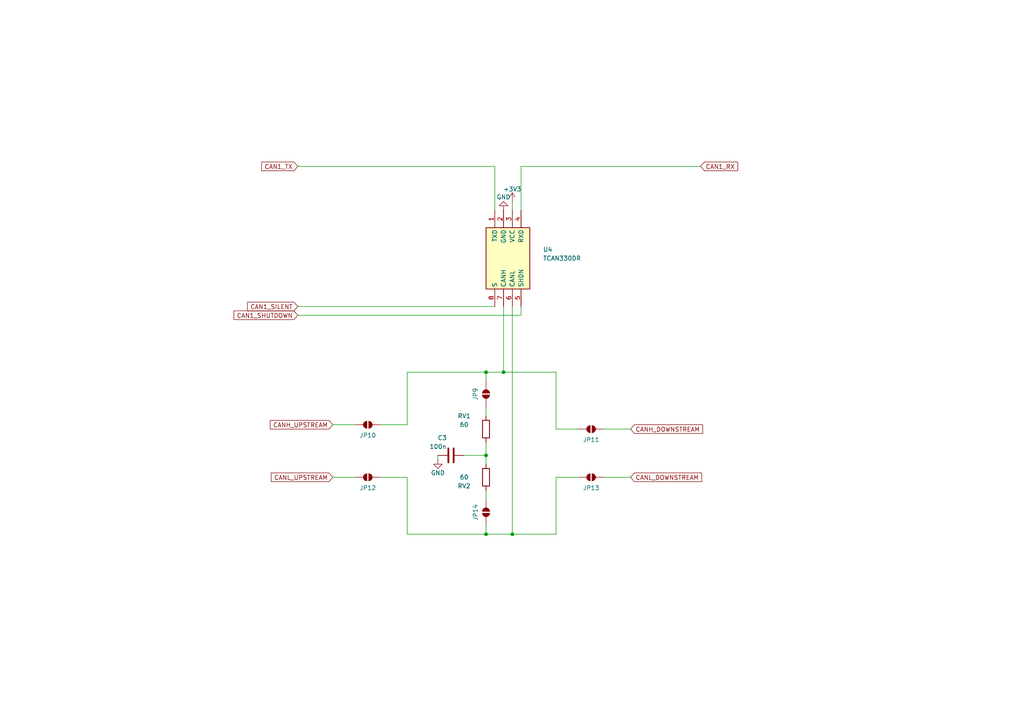
<source format=kicad_sch>
(kicad_sch (version 20231120) (generator "eeschema") (generator_version "8.0")
  (paper "A4")
  (lib_symbols
    (symbol "Device:C" (pin_numbers hide) (pin_names (offset 0.254))
      (property "Reference" "C" (at 0.635 2.54 0))
      (property "Value" "C" (at 0.635 -2.54 0))
      (symbol "C_0_1"
        (polyline (pts (xy -2.032 -0.762) (xy 2.032 -0.762)) (stroke (width 0.508)))
        (polyline (pts (xy -2.032 0.762) (xy 2.032 0.762)) (stroke (width 0.508)))
      )
      (symbol "C_1_1"
        (pin passive line (at 0 3.81 270) (length 2.794) (name "~") (number "1"))
        (pin passive line (at 0 -3.81 90) (length 2.794) (name "~") (number "2"))
      )
    )
    (symbol "Device:R" (pin_numbers hide) (pin_names (offset 0))
      (property "Reference" "R" (at 2.032 0 90))
      (property "Value" "R" (at 0 0 90))
      (symbol "R_0_1"
        (rectangle (start -1.016 -2.54) (end 1.016 2.54) (stroke (width 0.254)))
      )
      (symbol "R_1_1"
        (pin passive line (at 0 3.81 270) (length 1.27) (name "~") (number "1"))
        (pin passive line (at 0 -3.81 90) (length 1.27) (name "~") (number "2"))
      )
    )
    (symbol "Jumper:SolderJumper_2_Open" (pin_numbers hide) (pin_names (offset 0) hide) (exclude_from_sim yes) (in_bom no)
      (property "Reference" "JP" (at 0 2.032 0))
      (property "Value" "SolderJumper_2_Open" (at 0 -2.54 0))
      (symbol "SolderJumper_2_Open_0_1"
        (arc (start -0.254 1.016) (mid -1.2656 0) (end -0.254 -1.016))
        (arc (start -0.254 1.016) (mid -1.2656 0) (end -0.254 -1.016) (fill (type outline)))
        (polyline (pts (xy -0.254 1.016) (xy -0.254 -1.016)))
        (polyline (pts (xy 0.254 1.016) (xy 0.254 -1.016)))
        (arc (start 0.254 -1.016) (mid 1.2656 0) (end 0.254 1.016))
        (arc (start 0.254 -1.016) (mid 1.2656 0) (end 0.254 1.016) (fill (type outline)))
      )
      (symbol "SolderJumper_2_Open_1_1"
        (pin passive line (at -3.81 0 0) (length 2.54) (name "A") (number "1"))
        (pin passive line (at 3.81 0 180) (length 2.54) (name "B") (number "2"))
      )
    )
    (symbol "TVSC:TCAN330DR"
      (property "Reference" "U" (at 24.13 7.62 0))
      (property "Value" "TCAN330DR" (at 24.13 5.08 0))
      (symbol "TCAN330DR_1_1"
        (rectangle (start 5.08 2.54) (end 22.86 -10.16) (stroke (width 0.254)) (fill (type background)))
        (pin passive line (at 0 0 0) (length 5.08) (name "TXD") (number "1"))
        (pin passive line (at 0 -2.54 0) (length 5.08) (name "GND") (number "2"))
        (pin passive line (at 0 -5.08 0) (length 5.08) (name "VCC") (number "3"))
        (pin passive line (at 0 -7.62 0) (length 5.08) (name "RXD") (number "4"))
        (pin passive line (at 27.94 -7.62 180) (length 5.08) (name "SHDN") (number "5"))
        (pin passive line (at 27.94 -5.08 180) (length 5.08) (name "CANL") (number "6"))
        (pin passive line (at 27.94 -2.54 180) (length 5.08) (name "CANH") (number "7"))
        (pin passive line (at 27.94 0 180) (length 5.08) (name "S") (number "8"))
      )
    )
    (symbol "power:+3V3" (power) (pin_numbers hide) (pin_names (offset 0) hide)
      (property "Value" "+3V3" (at 0 3.556 0))
      (symbol "+3V3_0_1"
        (polyline (pts (xy -0.762 1.27) (xy 0 2.54)))
        (polyline (pts (xy 0 0) (xy 0 2.54)))
        (polyline (pts (xy 0 2.54) (xy 0.762 1.27)))
      )
      (symbol "+3V3_1_1"
        (pin power_in line (at 0 0 90) (length 0) (name "~") (number "1"))
      )
    )
    (symbol "power:GND" (power) (pin_numbers hide) (pin_names (offset 0) hide)
      (property "Value" "GND" (at 0 -3.81 0))
      (symbol "GND_0_1"
        (polyline (pts (xy 0 0) (xy 0 -1.27) (xy 1.27 -1.27) (xy 0 -2.54) (xy -1.27 -1.27) (xy 0 -1.27)))
      )
      (symbol "GND_1_1"
        (pin power_in line (at 0 0 270) (length 0) (name "~") (number "1"))
      )
    )
  )
  (junction (at 146.05 107.95))
  (junction (at 140.97 107.95))
  (junction (at 140.97 154.94))
  (junction (at 148.59 154.94))
  (junction (at 140.97 132.08))
  (wire (pts (xy 140.97 154.94) (xy 148.59 154.94)))
  (wire (pts (xy 143.51 48.26) (xy 143.51 60.96)))
  (wire (pts (xy 151.13 48.26) (xy 151.13 60.96)))
  (wire (pts (xy 86.36 91.44) (xy 151.13 91.44)))
  (wire (pts (xy 110.49 138.43) (xy 118.11 138.43)))
  (wire (pts (xy 175.26 138.43) (xy 182.88 138.43)))
  (wire (pts (xy 140.97 152.4) (xy 140.97 154.94)))
  (wire (pts (xy 127 132.08) (xy 127 133.35)))
  (wire (pts (xy 161.29 138.43) (xy 167.64 138.43)))
  (wire (pts (xy 86.36 88.9) (xy 143.51 88.9)))
  (wire (pts (xy 96.52 138.43) (xy 102.87 138.43)))
  (wire (pts (xy 134.62 132.08) (xy 140.97 132.08)))
  (wire (pts (xy 118.11 123.19) (xy 118.11 107.95)))
  (wire (pts (xy 148.59 154.94) (xy 161.29 154.94)))
  (wire (pts (xy 146.05 88.9) (xy 146.05 107.95)))
  (wire (pts (xy 96.52 123.19) (xy 102.87 123.19)))
  (wire (pts (xy 140.97 132.08) (xy 140.97 134.62)))
  (wire (pts (xy 161.29 124.46) (xy 167.64 124.46)))
  (wire (pts (xy 118.11 107.95) (xy 140.97 107.95)))
  (wire (pts (xy 161.29 124.46) (xy 161.29 107.95)))
  (wire (pts (xy 110.49 123.19) (xy 118.11 123.19)))
  (wire (pts (xy 175.26 124.46) (xy 182.88 124.46)))
  (wire (pts (xy 118.11 138.43) (xy 118.11 154.94)))
  (wire (pts (xy 143.51 48.26) (xy 86.36 48.26)))
  (wire (pts (xy 140.97 107.95) (xy 146.05 107.95)))
  (wire (pts (xy 140.97 132.08) (xy 140.97 128.27)))
  (wire (pts (xy 151.13 91.44) (xy 151.13 88.9)))
  (wire (pts (xy 148.59 88.9) (xy 148.59 154.94)))
  (wire (pts (xy 203.2 48.26) (xy 151.13 48.26)))
  (wire (pts (xy 161.29 138.43) (xy 161.29 154.94)))
  (wire (pts (xy 140.97 142.24) (xy 140.97 144.78)))
  (wire (pts (xy 146.05 107.95) (xy 161.29 107.95)))
  (wire (pts (xy 118.11 154.94) (xy 140.97 154.94)))
  (wire (pts (xy 148.59 58.42) (xy 148.59 60.96)))
  (wire (pts (xy 140.97 118.11) (xy 140.97 120.65)))
  (wire (pts (xy 140.97 107.95) (xy 140.97 110.49)))
  (global_label "CANL_UPSTREAM" (shape input) (at 96.52 138.43 180) (property "Intersheetrefs" "${INTERSHEET_REFS}" (effects (hide yes))))
  (global_label "CAN1_RX" (shape input) (at 203.2 48.26 0) (property "Intersheetrefs" "${INTERSHEET_REFS}" (effects (hide yes))))
  (global_label "CAN1_SILENT" (shape input) (at 86.36 88.9 180) (property "Intersheetrefs" "${INTERSHEET_REFS}" (effects (hide yes))))
  (global_label "CAN1_SHUTDOWN" (shape input) (at 86.36 91.44 180) (property "Intersheetrefs" "${INTERSHEET_REFS}" (effects (hide yes))))
  (global_label "CANH_DOWNSTREAM" (shape input) (at 182.88 124.46 0) (property "Intersheetrefs" "${INTERSHEET_REFS}" (effects (hide yes))))
  (global_label "CANH_UPSTREAM" (shape input) (at 96.52 123.19 180) (property "Intersheetrefs" "${INTERSHEET_REFS}" (effects (hide yes))))
  (global_label "CANL_DOWNSTREAM" (shape input) (at 182.88 138.43 0) (property "Intersheetrefs" "${INTERSHEET_REFS}" (effects (hide yes))))
  (global_label "CAN1_TX" (shape input) (at 86.36 48.26 180) (property "Intersheetrefs" "${INTERSHEET_REFS}" (effects (hide yes))))
  (symbol (lib_id "Jumper:SolderJumper_2_Open") (at 106.68 138.43 0) (unit 1) (exclude_from_sim yes) (in_bom no)
    (property "Reference" "JP12" (at 106.68 142.24 0) (effects (justify bottom)))
    (property "Value" "SolderJumper_2_Open" (effects (hide yes)))
    (property "Footprint" "Jumper:SolderJumper-2_P1.3mm_Open_RoundedPad1.0x1.5mm" (effects (hide yes)))
    (property "Active" "Y" (effects (hide yes)))
    (property "MPN" "NA" (effects (hide yes)))
  )
  (symbol (lib_id "Jumper:SolderJumper_2_Open") (at 140.97 114.3 270) (unit 1) (exclude_from_sim yes) (in_bom no)
    (property "Reference" "JP9" (at 137.16 114.3 0) (effects (justify bottom)))
    (property "Value" "SolderJumper_2_Open" (effects (hide yes)))
    (property "Footprint" "Jumper:SolderJumper-2_P1.3mm_Open_RoundedPad1.0x1.5mm" (effects (hide yes)))
    (property "Active" "Y" (effects (hide yes)))
    (property "MPN" "NA" (effects (hide yes)))
  )
  (symbol (lib_id "Device:R") (at 140.97 138.43 0) (mirror y) (unit 1)
    (property "Reference" "RV2" (at 134.62 140.97 0))
    (property "Value" "60" (at 134.62 138.43 0))
    (property "Footprint" "footprints:Nondescript_R_0402_1005Metric" (effects (hide yes)))
    (property "Active" "Y" (effects (hide yes)))
    (property "MPN" "C60310" (effects (hide yes)))
    (property "Manufacturer" "UNI-ROYAL(Uniroyal Elec)" (effects (hide yes)))
    (property "Manufacturer Part Number" "0402WGF604JTCE" (effects (hide yes)))
    (property "Specs" "0-120 Ohm" (effects (hide yes)))
    (property "Basic or Extended Component" "Basic" (effects (hide yes)))
  )
  (symbol (lib_id "Device:C") (at 130.81 132.08 90) (mirror x) (unit 1)
    (property "Reference" "C3" (at 128.27 127 90))
    (property "Value" "100n" (at 129.54 129.54 90) (effects (justify left)))
    (property "Footprint" "footprints:Nondescript_C_0402_1005Metric" (effects (hide yes)))
    (property "Active" "Y" (effects (hide yes)))
    (property "MPN" "C1525" (effects (hide yes)))
    (property "Manufacturer" "Samsung Electro-Mechanics" (effects (hide yes)))
    (property "Manufacturer Part Number" "CL05B104KO5NNNC" (effects (hide yes)))
    (property "Basic or Extended Component" "Basic" (effects (hide yes)))
  )
  (symbol (lib_id "TVSC:TCAN330DR") (at 143.51 60.96 90) (mirror x) (unit 1)
    (property "Reference" "U4" (at 157.48 72.39 90) (effects (justify right)))
    (property "Value" "TCAN330DR" (at 157.48 74.93 90) (effects (justify right)))
    (property "Footprint" "footprints:SOIC127P600X175-8N" (effects (hide yes)))
    (property "Datasheet" "http://www.ti.com/lit/gpn/TCAN330" (effects (hide yes)))
    (property "Manufacturer" "Texas Instruments" (effects (hide yes)))
    (property "Manufacturer Part Number" "TCAN330DR" (effects (hide yes)))
    (property "MPN" "C2652876" (effects (hide yes)))
    (property "Height" "1.75" (effects (hide yes)))
    (property "Manufacturer" "Texas Instruments" (effects (hide yes)))
    (property "Manufacturer Part Number" "TCAN330DR" (effects (hide yes)))
    (property "Active" "Y" (effects (hide yes)))
    (property "Basic or Extended Component" "Extended" (effects (hide yes)))
  )
  (symbol (lib_id "power:+3V3") (at 148.59 58.42 0) (unit 1)
    (property "Reference" "#PWR029" (effects (hide yes)))
    (property "Value" "+3V3" (at 148.59 54.864 0))
  )
  (symbol (lib_id "Device:R") (at 140.97 124.46 0) (mirror y) (unit 1)
    (property "Reference" "RV1" (at 134.62 120.65 0))
    (property "Value" "60" (at 134.62 123.19 0))
    (property "Footprint" "footprints:Nondescript_R_0402_1005Metric" (effects (hide yes)))
    (property "Active" "Y" (effects (hide yes)))
    (property "MPN" "C60310" (effects (hide yes)))
    (property "Manufacturer" "UNI-ROYAL(Uniroyal Elec)" (effects (hide yes)))
    (property "Manufacturer Part Number" "0402WGF604JTCE" (effects (hide yes)))
    (property "Specs" "0-120 Ohm" (effects (hide yes)))
    (property "Basic or Extended Component" "Basic" (effects (hide yes)))
  )
  (symbol (lib_id "Jumper:SolderJumper_2_Open") (at 171.45 124.46 0) (unit 1) (exclude_from_sim yes) (in_bom no)
    (property "Reference" "JP11" (at 171.45 128.27 0) (effects (justify bottom)))
    (property "Value" "SolderJumper_2_Open" (effects (hide yes)))
    (property "Footprint" "Jumper:SolderJumper-2_P1.3mm_Open_RoundedPad1.0x1.5mm" (effects (hide yes)))
    (property "Active" "Y" (effects (hide yes)))
    (property "MPN" "NA" (effects (hide yes)))
  )
  (symbol (lib_id "Jumper:SolderJumper_2_Open") (at 171.45 138.43 0) (unit 1) (exclude_from_sim yes) (in_bom no)
    (property "Reference" "JP13" (at 171.45 142.24 0) (effects (justify bottom)))
    (property "Value" "SolderJumper_2_Open" (effects (hide yes)))
    (property "Footprint" "Jumper:SolderJumper-2_P1.3mm_Open_RoundedPad1.0x1.5mm" (effects (hide yes)))
    (property "Active" "Y" (effects (hide yes)))
    (property "MPN" "NA" (effects (hide yes)))
  )
  (symbol (lib_id "power:GND") (at 127 133.35 0) (mirror y) (unit 1)
    (property "Reference" "#PWR031" (effects (hide yes)))
    (property "Value" "GND" (at 127 137.16 0))
  )
  (symbol (lib_id "Jumper:SolderJumper_2_Open") (at 140.97 148.59 270) (unit 1) (exclude_from_sim yes) (in_bom no)
    (property "Reference" "JP14" (at 137.16 148.59 0) (effects (justify bottom)))
    (property "Value" "SolderJumper_2_Open" (effects (hide yes)))
    (property "Footprint" "Jumper:SolderJumper-2_P1.3mm_Open_RoundedPad1.0x1.5mm" (effects (hide yes)))
    (property "Active" "Y" (effects (hide yes)))
    (property "MPN" "NA" (effects (hide yes)))
  )
  (symbol (lib_id "power:GND") (at 146.05 60.96 180) (unit 1)
    (property "Reference" "#PWR030" (effects (hide yes)))
    (property "Value" "GND" (at 146.05 57.15 0))
  )
  (symbol (lib_id "Jumper:SolderJumper_2_Open") (at 106.68 123.19 0) (unit 1) (exclude_from_sim yes) (in_bom no)
    (property "Reference" "JP10" (at 106.68 127 0) (effects (justify bottom)))
    (property "Value" "SolderJumper_2_Open" (effects (hide yes)))
    (property "Footprint" "Jumper:SolderJumper-2_P1.3mm_Open_RoundedPad1.0x1.5mm" (effects (hide yes)))
    (property "Active" "Y" (effects (hide yes)))
    (property "MPN" "NA" (effects (hide yes)))
  )
)
</source>
